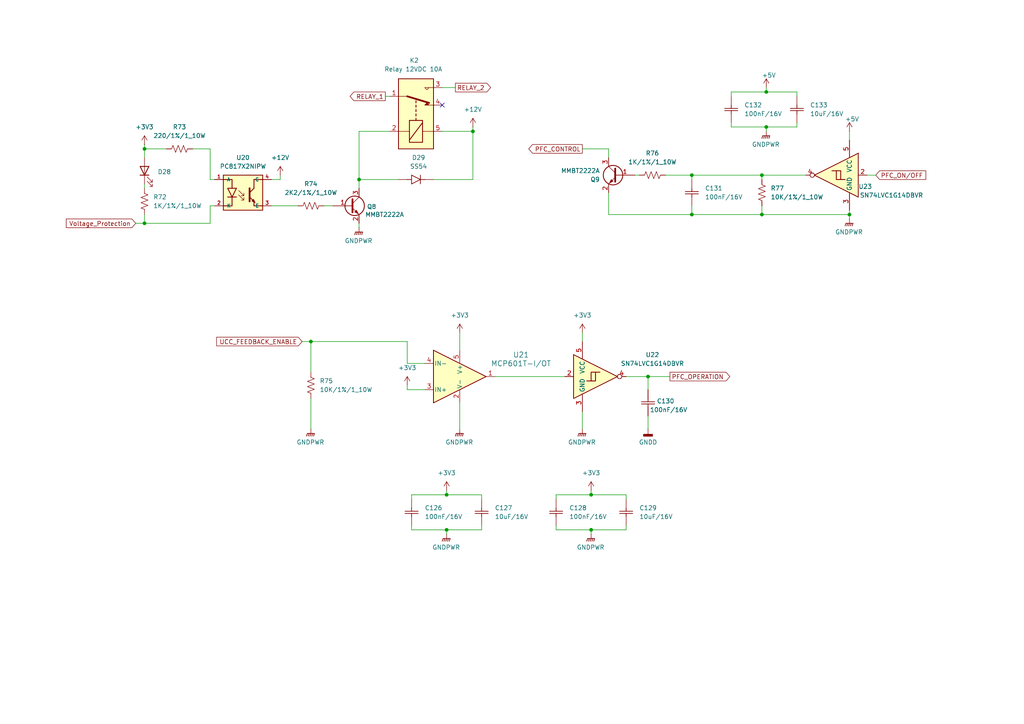
<source format=kicad_sch>
(kicad_sch (version 20231120) (generator "eeschema") (generator_version "8.0")
  (paper "A4")
  (title_block (title "ENABLE PFC & LLC") (date "2024-11-06") (rev "Ver 2.0") (company "Ho Chi Minh City University of Technology - HCMUT") (comment 1 "Design: QUOC THANG - DONG KHOA") (comment 2 "PROJECT 2: PFC & LLC - 350W"))
  (lib_symbols
    (symbol "Ceramic_Cap_SMD_100nF_16V_1" (pin_numbers hide) (pin_names hide)
      (property "Reference" "C" (at 1.016 2.794 0))
      (property "Value" "100nF/16V" (at 0.254 5.334 0))
      (symbol "Ceramic_Cap_SMD_100nF_16V_1_1_1"
        (polyline (pts (xy 1.27 0) (xy 2.2098 0)) (stroke (width 0.2032)))
        (polyline (pts (xy 2.2098 -1.905) (xy 2.2098 1.905)) (stroke (width 0.2032)))
        (polyline (pts (xy 2.8448 -1.905) (xy 2.8448 1.905)) (stroke (width 0.2032)))
        (polyline (pts (xy 2.8448 0) (xy 3.81 0)) (stroke (width 0.2032)))
        (pin unspecified line (at -1.27 0 0) (length 2.54) (name "") (number "1"))
        (pin unspecified line (at 6.35 0 180) (length 2.54) (name "") (number "2"))
      )
    )
    (symbol "Res_1K_0603_1%_1" (pin_numbers hide) (pin_names hide)
      (property "Reference" "R" (at 3.556 2.54 0))
      (property "Value" "1K/1%/1_10W" (at 4.064 -2.54 0))
      (symbol "Res_1K_0603_1%_1_0_1"
        (polyline (pts (xy 1.524 0) (xy 1.27 0)))
        (polyline (pts (xy 6.096 0) (xy 6.35 0)))
        (polyline (pts (xy 1.524 0) (xy 1.905 1.016) (xy 2.286 0) (xy 2.667 -1.016) (xy 3.048 0)))
        (polyline (pts (xy 3.048 0) (xy 3.429 1.016) (xy 3.81 0) (xy 4.191 -1.016) (xy 4.572 0)))
        (polyline (pts (xy 4.572 0) (xy 4.953 1.016) (xy 5.334 0) (xy 5.715 -1.016) (xy 6.096 0)))
      )
      (symbol "Res_1K_0603_1%_1_1_1"
        (pin passive line (at 0 0 0) (length 1.27) (name "~") (number "1"))
        (pin passive line (at 7.62 0 180) (length 1.27) (name "~") (number "2"))
      )
    )
    (symbol "charge_battery_sym_lib:Ceramic_Cap_SMD_100nF_16V" (pin_numbers hide) (pin_names hide)
      (property "Reference" "C" (at 1.016 2.794 0))
      (property "Value" "100nF/16V" (at 0.254 5.334 0))
      (symbol "Ceramic_Cap_SMD_100nF_16V_1_1"
        (polyline (pts (xy 1.27 0) (xy 2.2098 0)) (stroke (width 0.2032)))
        (polyline (pts (xy 2.2098 -1.905) (xy 2.2098 1.905)) (stroke (width 0.2032)))
        (polyline (pts (xy 2.8448 -1.905) (xy 2.8448 1.905)) (stroke (width 0.2032)))
        (polyline (pts (xy 2.8448 0) (xy 3.81 0)) (stroke (width 0.2032)))
        (pin unspecified line (at -1.27 0 0) (length 2.54) (name "") (number "1"))
        (pin unspecified line (at 6.35 0 180) (length 2.54) (name "") (number "2"))
      )
    )
    (symbol "charge_battery_sym_lib:Ceramic_Cap_SMD_10uF_16V" (pin_numbers hide) (pin_names hide)
      (property "Reference" "C" (at 2.286 2.794 0))
      (property "Value" "10uF/16V" (at 0.254 5.334 0))
      (symbol "Ceramic_Cap_SMD_10uF_16V_1_1"
        (polyline (pts (xy 2.54 0) (xy 3.4798 0)) (stroke (width 0.2032)))
        (polyline (pts (xy 3.4798 -1.905) (xy 3.4798 1.905)) (stroke (width 0.2032)))
        (polyline (pts (xy 4.1148 -1.905) (xy 4.1148 1.905)) (stroke (width 0.2032)))
        (polyline (pts (xy 4.1148 0) (xy 5.08 0)) (stroke (width 0.2032)))
        (pin unspecified line (at 0 0 0) (length 2.54) (name "") (number "1"))
        (pin unspecified line (at 7.62 0 180) (length 2.54) (name "") (number "2"))
      )
    )
    (symbol "charge_battery_sym_lib:JS1-12V-F"
      (property "Reference" "K" (at 1.27 14.224 0))
      (property "Value" "Relay 12VDC 10A" (at 3.81 26.162 0))
      (property "Supply name" "Thegioiic" (at 0 26.162 0))
      (property "Supply part number" "JS1-12V-F" (at 3.556 26.162 0))
      (property "Supply URL" "https://www.thegioiic.com/js1-12v-f-ro-le-12vdc-10a-spdt-5-chan" (at 3.556 26.162 0))
      (symbol "JS1-12V-F_0_0"
        (polyline (pts (xy 17.78 10.16) (xy 17.78 7.62) (xy 17.145 8.255) (xy 17.78 8.89)))
      )
      (symbol "JS1-12V-F_0_1"
        (polyline (pts (xy 2.54 3.175) (xy 7.62 6.985)) (stroke (width 0.254)))
        (polyline (pts (xy 5.08 0) (xy 5.08 3.175)))
        (polyline (pts (xy 5.08 10.16) (xy 5.08 6.985)))
        (polyline (pts (xy 8.255 5.08) (xy 8.89 5.08)) (stroke (width 0.254)))
        (polyline (pts (xy 9.525 5.08) (xy 10.16 5.08)) (stroke (width 0.254)))
        (polyline (pts (xy 10.795 5.08) (xy 11.43 5.08)) (stroke (width 0.254)))
        (polyline (pts (xy 12.065 5.08) (xy 12.7 5.08)) (stroke (width 0.254)))
        (polyline (pts (xy 13.335 5.08) (xy 13.97 5.08)) (stroke (width 0.254)))
        (polyline (pts (xy 15.24 2.54) (xy 13.335 8.89)) (stroke (width 0.508)))
        (polyline (pts (xy 15.24 2.54) (xy 15.24 0)))
        (polyline (pts (xy 12.7 10.16) (xy 12.7 7.62) (xy 13.335 8.255) (xy 12.7 8.89)) (fill (type outline)))
        (rectangle (start 0 10.16) (end 20.32 0) (stroke (width 0.254)) (fill (type background)))
        (rectangle (start 1.905 6.985) (end 8.255 3.175) (stroke (width 0.254)))
      )
      (symbol "JS1-12V-F_1_1"
        (pin passive line (at 15.24 -2.54 90) (length 2.54) (name "~") (number "1"))
        (pin passive line (at 5.08 -2.54 90) (length 2.54) (name "~") (number "2"))
        (pin passive line (at 17.78 12.7 270) (length 2.54) (name "~") (number "3"))
        (pin passive line (at 12.7 12.7 270) (length 2.54) (name "~") (number "4"))
        (pin passive line (at 5.08 12.7 270) (length 2.54) (name "~") (number "5"))
      )
    )
    (symbol "charge_battery_sym_lib:LED_0805" (pin_numbers hide) (pin_names (offset 1.016) hide)
      (property "Reference" "D" (at 0 2.54 0))
      (property "Value" "LED_0805" (at 0 -4.064 0))
      (symbol "LED_0805_0_1"
        (polyline (pts (xy -1.27 -1.27) (xy -1.27 1.27)) (stroke (width 0.254)))
        (polyline (pts (xy -1.27 0) (xy 1.27 0)))
        (polyline (pts (xy 1.27 -1.27) (xy 1.27 1.27) (xy -1.27 0) (xy 1.27 -1.27)) (stroke (width 0.254)))
        (polyline (pts (xy -3.048 -0.762) (xy -4.572 -2.286) (xy -3.81 -2.286) (xy -4.572 -2.286) (xy -4.572 -1.524)))
        (polyline (pts (xy -1.778 -0.762) (xy -3.302 -2.286) (xy -2.54 -2.286) (xy -3.302 -2.286) (xy -3.302 -1.524)))
      )
      (symbol "LED_0805_1_1"
        (pin passive line (at -3.81 0 0) (length 2.54) (name "K") (number "1"))
        (pin passive line (at 3.81 0 180) (length 2.54) (name "A") (number "2"))
      )
    )
    (symbol "charge_battery_sym_lib:MCP601T-I_OT" (pin_names (offset 0.254))
      (property "Reference" "U" (at 1.524 16.002 0))
      (property "Value" "MCP601T-I/OT" (at 19.05 3.048 0))
      (symbol "MCP601T-I_OT_1_1"
        (polyline (pts (xy 0 15.24) (xy 15.24 7.62) (xy 0 0) (xy 0 15.24)) (stroke (width 0.254)) (fill (type background)))
        (pin unspecified line (at 17.78 7.62 180) (length 2.54) (name "~") (number "1"))
        (pin unspecified line (at 7.62 0 90) (length 3.81) (name "V-") (number "2"))
        (pin unspecified line (at -2.54 3.81 0) (length 2.54) (name "IN+") (number "3"))
        (pin unspecified line (at -2.54 11.43 0) (length 2.54) (name "IN-") (number "4"))
        (pin unspecified line (at 7.62 15.24 270) (length 3.81) (name "V+") (number "5"))
      )
    )
    (symbol "charge_battery_sym_lib:MMBT2222A" (pin_names (offset 0) hide)
      (property "Reference" "Q" (at 5.08 1.905 0))
      (property "Value" "MMBT2222A" (at 5.08 0 0))
      (symbol "MMBT2222A_0_1"
        (polyline (pts (xy 0.635 0.635) (xy 2.54 2.54)))
        (polyline (pts (xy 0.635 -0.635) (xy 2.54 -2.54) (xy 2.54 -2.54)))
        (polyline (pts (xy 0.635 1.905) (xy 0.635 -1.905) (xy 0.635 -1.905)) (stroke (width 0.508)))
        (polyline (pts (xy 1.27 -1.778) (xy 1.778 -1.27) (xy 2.286 -2.286) (xy 1.27 -1.778) (xy 1.27 -1.778)) (fill (type outline)))
        (circle (center 1.27 0) (radius 2.8194) (stroke (width 0.254)))
      )
      (symbol "MMBT2222A_1_1"
        (pin input line (at -5.08 0 0) (length 5.715) (name "B") (number "1"))
        (pin passive line (at 2.54 -5.08 90) (length 2.54) (name "E") (number "2"))
        (pin passive line (at 2.54 5.08 270) (length 2.54) (name "C") (number "3"))
      )
    )
    (symbol "charge_battery_sym_lib:PC817X2NIPW" (pin_names (offset 1.016))
      (property "Reference" "U" (at 0.254 11.43 0))
      (property "Value" "PC817X2NIPW" (at 7.112 -3.302 0))
      (symbol "PC817X2NIPW_0_0"
        (polyline (pts (xy 0 8.89) (xy 2.54 8.89)) (stroke (width 0.254)))
        (polyline (pts (xy 2.54 1.27) (xy 0 1.27)) (stroke (width 0.254)))
        (polyline (pts (xy 2.54 3.81) (xy 2.54 1.27)) (stroke (width 0.254)))
        (polyline (pts (xy 2.54 8.89) (xy 2.54 6.35)) (stroke (width 0.254)))
        (polyline (pts (xy 8.89 1.27) (xy 11.43 1.27)) (stroke (width 0.254)))
        (polyline (pts (xy 8.89 2.54) (xy 8.89 1.27)) (stroke (width 0.254)))
        (polyline (pts (xy 8.89 8.89) (xy 8.89 6.35)) (stroke (width 0.254)))
        (polyline (pts (xy 11.43 8.89) (xy 8.89 8.89)) (stroke (width 0.254)))
        (rectangle (start 0 10.16) (end 11.43 0) (stroke (width 0.254)) (fill (type background)))
        (pin passive line (at -2.54 8.89 0) (length 2.54) (name "A") (number "1"))
        (pin passive line (at -2.54 1.27 0) (length 2.54) (name "K") (number "2"))
      )
      (symbol "PC817X2NIPW_0_1"
        (polyline (pts (xy 3.81 3.81) (xy 1.27 3.81)) (stroke (width 0.254)))
        (polyline (pts (xy 7.62 6.35) (xy 7.62 2.54) (xy 7.62 2.54)) (stroke (width 0.508)))
        (polyline (pts (xy 3.81 6.35) (xy 1.27 6.35) (xy 2.54 3.81) (xy 3.81 6.35)) (stroke (width 0.254)))
        (polyline (pts (xy 4.445 4.445) (xy 5.969 2.921) (xy 5.969 3.683) (xy 5.969 2.921) (xy 5.207 2.921)))
        (polyline (pts (xy 4.445 5.715) (xy 5.969 4.191) (xy 5.969 4.953) (xy 5.969 4.191) (xy 5.207 4.191)))
        (polyline (pts (xy 8.255 2.667) (xy 8.763 3.175) (xy 9.271 2.159) (xy 8.255 2.667) (xy 8.255 2.667)) (fill (type outline)))
      )
      (symbol "PC817X2NIPW_1_0"
        (pin passive line (at 13.97 1.27 180) (length 2.54) (name "E") (number "3"))
        (pin passive line (at 13.97 8.89 180) (length 2.54) (name "C") (number "4"))
      )
      (symbol "PC817X2NIPW_1_1"
        (polyline (pts (xy 7.62 5.08) (xy 8.89 6.35)) (stroke (width 0.254)))
        (polyline (pts (xy 7.62 3.81) (xy 8.89 2.54) (xy 8.89 2.54)) (stroke (width 0.254)))
      )
    )
    (symbol "charge_battery_sym_lib:Res_10K_0603_1%" (pin_numbers hide) (pin_names hide)
      (property "Reference" "R" (at 2.794 3.81 0))
      (property "Value" "10K/1%/1_10W" (at 4.064 -2.54 0))
      (symbol "Res_10K_0603_1%_0_1"
        (polyline (pts (xy 1.524 0) (xy 1.27 0)))
        (polyline (pts (xy 6.096 0) (xy 6.35 0)))
        (polyline (pts (xy 1.524 0) (xy 1.905 1.016) (xy 2.286 0) (xy 2.667 -1.016) (xy 3.048 0)))
        (polyline (pts (xy 3.048 0) (xy 3.429 1.016) (xy 3.81 0) (xy 4.191 -1.016) (xy 4.572 0)))
        (polyline (pts (xy 4.572 0) (xy 4.953 1.016) (xy 5.334 0) (xy 5.715 -1.016) (xy 6.096 0)))
      )
      (symbol "Res_10K_0603_1%_1_1"
        (pin passive line (at 0 0 0) (length 1.27) (name "~") (number "1"))
        (pin passive line (at 7.62 0 180) (length 1.27) (name "~") (number "2"))
      )
    )
    (symbol "charge_battery_sym_lib:Res_1K_0603_1%" (pin_numbers hide) (pin_names hide)
      (property "Reference" "R" (at 3.556 2.54 0))
      (property "Value" "1K/1%/1_10W" (at 4.064 -2.54 0))
      (symbol "Res_1K_0603_1%_0_1"
        (polyline (pts (xy 1.524 0) (xy 1.27 0)))
        (polyline (pts (xy 6.096 0) (xy 6.35 0)))
        (polyline (pts (xy 1.524 0) (xy 1.905 1.016) (xy 2.286 0) (xy 2.667 -1.016) (xy 3.048 0)))
        (polyline (pts (xy 3.048 0) (xy 3.429 1.016) (xy 3.81 0) (xy 4.191 -1.016) (xy 4.572 0)))
        (polyline (pts (xy 4.572 0) (xy 4.953 1.016) (xy 5.334 0) (xy 5.715 -1.016) (xy 6.096 0)))
      )
      (symbol "Res_1K_0603_1%_1_1"
        (pin passive line (at 0 0 0) (length 1.27) (name "~") (number "1"))
        (pin passive line (at 7.62 0 180) (length 1.27) (name "~") (number "2"))
      )
    )
    (symbol "charge_battery_sym_lib:Res_220R_0603_1%" (pin_numbers hide) (pin_names hide)
      (property "Reference" "R" (at 3.556 2.54 0))
      (property "Value" "220/1%/1_10W" (at 4.064 -2.54 0))
      (symbol "Res_220R_0603_1%_0_1"
        (polyline (pts (xy 1.524 0) (xy 1.27 0)))
        (polyline (pts (xy 6.096 0) (xy 6.35 0)))
        (polyline (pts (xy 1.524 0) (xy 1.905 1.016) (xy 2.286 0) (xy 2.667 -1.016) (xy 3.048 0)))
        (polyline (pts (xy 3.048 0) (xy 3.429 1.016) (xy 3.81 0) (xy 4.191 -1.016) (xy 4.572 0)))
        (polyline (pts (xy 4.572 0) (xy 4.953 1.016) (xy 5.334 0) (xy 5.715 -1.016) (xy 6.096 0)))
      )
      (symbol "Res_220R_0603_1%_1_1"
        (pin passive line (at 0 0 0) (length 1.27) (name "~") (number "1"))
        (pin passive line (at 7.62 0 180) (length 1.27) (name "~") (number "2"))
      )
    )
    (symbol "charge_battery_sym_lib:Res_2K2_0603_1%" (pin_numbers hide) (pin_names hide)
      (property "Reference" "R" (at 3.556 2.54 0))
      (property "Value" "2K2/1%/1_10W" (at 4.064 -2.54 0))
      (symbol "Res_2K2_0603_1%_0_1"
        (polyline (pts (xy 1.524 0) (xy 1.27 0)))
        (polyline (pts (xy 6.096 0) (xy 6.35 0)))
        (polyline (pts (xy 1.524 0) (xy 1.905 1.016) (xy 2.286 0) (xy 2.667 -1.016) (xy 3.048 0)))
        (polyline (pts (xy 3.048 0) (xy 3.429 1.016) (xy 3.81 0) (xy 4.191 -1.016) (xy 4.572 0)))
        (polyline (pts (xy 4.572 0) (xy 4.953 1.016) (xy 5.334 0) (xy 5.715 -1.016) (xy 6.096 0)))
      )
      (symbol "Res_2K2_0603_1%_1_1"
        (pin passive line (at 0 0 0) (length 1.27) (name "~") (number "1"))
        (pin passive line (at 7.62 0 180) (length 1.27) (name "~") (number "2"))
      )
    )
    (symbol "charge_battery_sym_lib:SN74LVC1G14DBVR"
      (property "Reference" "U" (at 4.064 9.398 0))
      (property "Value" "SN74LVC1G14DBVR" (at 3.81 7.112 0))
      (symbol "SN74LVC1G14DBVR_0_1"
        (polyline (pts (xy 0 6.35) (xy 0 -6.35) (xy 12.7 0) (xy 0 6.35)) (stroke (width 0.254)) (fill (type background)))
      )
      (symbol "SN74LVC1G14DBVR_1_1"
        (polyline (pts (xy 3.81 -1.27) (xy 6.35 -1.27) (xy 6.35 1.27)) (stroke (width 0.254)))
        (polyline (pts (xy 5.08 -1.27) (xy 5.08 1.27) (xy 7.62 1.27)) (stroke (width 0.254)))
        (pin no_connect line (at 0 5.08 180) (length 5.08) hide (name "NC") (number "1"))
        (pin input line (at -2.54 0 0) (length 2.54) (name "~") (number "2"))
        (pin power_in line (at 2.54 -10.16 90) (length 5.08) (name "GND") (number "3"))
        (pin output inverted (at 15.24 0 180) (length 2.54) (name "~") (number "4"))
        (pin power_in line (at 2.54 10.16 270) (length 5.08) (name "VCC") (number "5"))
      )
    )
    (symbol "charge_battery_sym_lib:SS54" (pin_numbers hide) (pin_names hide)
      (property "Reference" "D" (at -1.016 2.286 0))
      (property "Value" "SS54" (at 2.54 -2.794 0))
      (symbol "SS54_0_1"
        (polyline (pts (xy -1.27 0) (xy -0.127 0)) (stroke (width 0.2032)))
        (polyline (pts (xy 0 -1.27) (xy 2.54 0)) (stroke (width 0.2032)))
        (polyline (pts (xy 0 1.27) (xy 0 -1.27)) (stroke (width 0.2032)))
        (polyline (pts (xy 2.54 -1.27) (xy 2.54 1.27)) (stroke (width 0.2032)))
        (polyline (pts (xy 2.54 0) (xy 0 1.27)) (stroke (width 0.2032)))
        (polyline (pts (xy 2.54 0) (xy 3.81 0)) (stroke (width 0.2032)))
      )
      (symbol "SS54_1_1"
        (pin unspecified line (at -3.81 0 0) (length 2.54) (name "A") (number "1"))
        (pin unspecified line (at 6.35 0 180) (length 2.54) (name "K") (number "2"))
      )
    )
    (symbol "power:+12V" (power) (pin_numbers hide) (pin_names (offset 0) hide)
      (property "Value" "+12V" (at 0 3.556 0))
      (symbol "+12V_0_1"
        (polyline (pts (xy -0.762 1.27) (xy 0 2.54)))
        (polyline (pts (xy 0 0) (xy 0 2.54)))
        (polyline (pts (xy 0 2.54) (xy 0.762 1.27)))
      )
      (symbol "+12V_1_1"
        (pin power_in line (at 0 0 90) (length 0) (name "~") (number "1"))
      )
    )
    (symbol "power:+3V3" (power) (pin_numbers hide) (pin_names (offset 0) hide)
      (property "Value" "+3V3" (at 0 3.556 0))
      (symbol "+3V3_0_1"
        (polyline (pts (xy -0.762 1.27) (xy 0 2.54)))
        (polyline (pts (xy 0 0) (xy 0 2.54)))
        (polyline (pts (xy 0 2.54) (xy 0.762 1.27)))
      )
      (symbol "+3V3_1_1"
        (pin power_in line (at 0 0 90) (length 0) (name "~") (number "1"))
      )
    )
    (symbol "power:+5V" (power) (pin_numbers hide) (pin_names (offset 0) hide)
      (property "Value" "+5V" (at 0 3.556 0))
      (symbol "+5V_0_1"
        (polyline (pts (xy -0.762 1.27) (xy 0 2.54)))
        (polyline (pts (xy 0 0) (xy 0 2.54)))
        (polyline (pts (xy 0 2.54) (xy 0.762 1.27)))
      )
      (symbol "+5V_1_1"
        (pin power_in line (at 0 0 90) (length 0) (name "~") (number "1"))
      )
    )
    (symbol "power:GNDD" (power) (pin_numbers hide) (pin_names (offset 0) hide)
      (property "Value" "GNDD" (at 0 -3.175 0))
      (symbol "GNDD_0_1"
        (rectangle (start -1.27 -1.524) (end 1.27 -2.032) (stroke (width 0.254)) (fill (type outline)))
        (polyline (pts (xy 0 0) (xy 0 -1.524)))
      )
      (symbol "GNDD_1_1"
        (pin power_in line (at 0 0 270) (length 0) (name "~") (number "1"))
      )
    )
    (symbol "power:GNDPWR" (power) (pin_numbers hide) (pin_names (offset 0) hide)
      (property "Value" "GNDPWR" (at 0 -3.302 0))
      (symbol "GNDPWR_0_1"
        (polyline (pts (xy 0 -1.27) (xy 0 0)))
        (polyline (pts (xy -1.016 -1.27) (xy -1.27 -2.032) (xy -1.27 -2.032)) (stroke (width 0.2032)))
        (polyline (pts (xy -0.508 -1.27) (xy -0.762 -2.032) (xy -0.762 -2.032)) (stroke (width 0.2032)))
        (polyline (pts (xy 0 -1.27) (xy -0.254 -2.032) (xy -0.254 -2.032)) (stroke (width 0.2032)))
        (polyline (pts (xy 0.508 -1.27) (xy 0.254 -2.032) (xy 0.254 -2.032)) (stroke (width 0.2032)))
        (polyline (pts (xy 1.016 -1.27) (xy -1.016 -1.27) (xy -1.016 -1.27)) (stroke (width 0.2032)))
        (polyline (pts (xy 1.016 -1.27) (xy 0.762 -2.032) (xy 0.762 -2.032) (xy 0.762 -2.032)) (stroke (width 0.2032)))
      )
      (symbol "GNDPWR_1_1"
        (pin power_in line (at 0 0 270) (length 0) (name "~") (number "1"))
      )
    )
  )
  (junction (at 246.38 62.23))
  (junction (at 41.91 64.77))
  (junction (at 187.96 109.22))
  (junction (at 129.54 143.51))
  (junction (at 104.14 52.07))
  (junction (at 222.25 26.67))
  (junction (at 129.54 153.67))
  (junction (at 200.66 62.23))
  (junction (at 222.25 36.83))
  (junction (at 41.91 43.18))
  (junction (at 171.45 143.51))
  (junction (at 220.98 50.8))
  (junction (at 90.17 99.06))
  (junction (at 137.16 38.1))
  (junction (at 171.45 153.67))
  (junction (at 200.66 50.8))
  (junction (at 220.98 62.23))
  (no_connect (at 128.27 30.48))
  (wire (pts (xy 176.53 43.18) (xy 176.53 45.72)))
  (wire (pts (xy 231.14 26.67) (xy 231.14 27.94)))
  (wire (pts (xy 90.17 124.46) (xy 90.17 115.57)))
  (wire (pts (xy 176.53 62.23) (xy 200.66 62.23)))
  (wire (pts (xy 212.09 26.67) (xy 222.25 26.67)))
  (wire (pts (xy 220.98 59.69) (xy 220.98 62.23)))
  (wire (pts (xy 118.11 99.06) (xy 118.11 105.41)))
  (wire (pts (xy 181.61 153.67) (xy 181.61 152.4)))
  (wire (pts (xy 212.09 36.83) (xy 222.25 36.83)))
  (wire (pts (xy 129.54 143.51) (xy 139.7 143.51)))
  (wire (pts (xy 133.35 124.46) (xy 133.35 116.84)))
  (wire (pts (xy 187.96 109.22) (xy 194.31 109.22)))
  (wire (pts (xy 184.15 50.8) (xy 185.42 50.8)))
  (wire (pts (xy 129.54 153.67) (xy 139.7 153.67)))
  (wire (pts (xy 60.96 64.77) (xy 60.96 59.69)))
  (wire (pts (xy 171.45 153.67) (xy 181.61 153.67)))
  (wire (pts (xy 78.74 52.07) (xy 81.28 52.07)))
  (wire (pts (xy 119.38 143.51) (xy 119.38 144.78)))
  (wire (pts (xy 168.91 96.52) (xy 168.91 99.06)))
  (wire (pts (xy 231.14 36.83) (xy 231.14 35.56)))
  (wire (pts (xy 118.11 113.03) (xy 123.19 113.03)))
  (wire (pts (xy 41.91 43.18) (xy 41.91 45.72)))
  (wire (pts (xy 118.11 105.41) (xy 123.19 105.41)))
  (wire (pts (xy 187.96 113.03) (xy 187.96 109.22)))
  (wire (pts (xy 60.96 59.69) (xy 62.23 59.69)))
  (wire (pts (xy 137.16 52.07) (xy 137.16 38.1)))
  (wire (pts (xy 161.29 153.67) (xy 161.29 152.4)))
  (wire (pts (xy 143.51 109.22) (xy 163.83 109.22)))
  (wire (pts (xy 128.27 38.1) (xy 137.16 38.1)))
  (wire (pts (xy 171.45 154.94) (xy 171.45 153.67)))
  (wire (pts (xy 60.96 43.18) (xy 60.96 52.07)))
  (wire (pts (xy 171.45 142.24) (xy 171.45 143.51)))
  (wire (pts (xy 128.27 25.4) (xy 132.08 25.4)))
  (wire (pts (xy 87.63 99.06) (xy 90.17 99.06)))
  (wire (pts (xy 193.04 50.8) (xy 200.66 50.8)))
  (wire (pts (xy 129.54 154.94) (xy 129.54 153.67)))
  (wire (pts (xy 118.11 111.76) (xy 118.11 113.03)))
  (wire (pts (xy 55.88 43.18) (xy 60.96 43.18)))
  (wire (pts (xy 104.14 38.1) (xy 113.03 38.1)))
  (wire (pts (xy 104.14 66.04) (xy 104.14 64.77)))
  (wire (pts (xy 111.76 27.94) (xy 113.03 27.94)))
  (wire (pts (xy 200.66 50.8) (xy 220.98 50.8)))
  (wire (pts (xy 41.91 43.18) (xy 48.26 43.18)))
  (wire (pts (xy 81.28 50.8) (xy 81.28 52.07)))
  (wire (pts (xy 171.45 143.51) (xy 181.61 143.51)))
  (wire (pts (xy 161.29 143.51) (xy 161.29 144.78)))
  (wire (pts (xy 129.54 142.24) (xy 129.54 143.51)))
  (wire (pts (xy 181.61 109.22) (xy 187.96 109.22)))
  (wire (pts (xy 200.66 59.69) (xy 200.66 62.23)))
  (wire (pts (xy 246.38 38.1) (xy 246.38 40.64)))
  (wire (pts (xy 104.14 52.07) (xy 104.14 38.1)))
  (wire (pts (xy 222.25 38.1) (xy 222.25 36.83)))
  (wire (pts (xy 222.25 25.4) (xy 222.25 26.67)))
  (wire (pts (xy 246.38 62.23) (xy 246.38 60.96)))
  (wire (pts (xy 78.74 59.69) (xy 86.36 59.69)))
  (wire (pts (xy 161.29 143.51) (xy 171.45 143.51)))
  (wire (pts (xy 222.25 36.83) (xy 231.14 36.83)))
  (wire (pts (xy 41.91 62.23) (xy 41.91 64.77)))
  (wire (pts (xy 41.91 41.91) (xy 41.91 43.18)))
  (wire (pts (xy 93.98 59.69) (xy 96.52 59.69)))
  (wire (pts (xy 168.91 124.46) (xy 168.91 119.38)))
  (wire (pts (xy 133.35 96.52) (xy 133.35 101.6)))
  (wire (pts (xy 246.38 62.23) (xy 246.38 63.5)))
  (wire (pts (xy 39.37 64.77) (xy 41.91 64.77)))
  (wire (pts (xy 41.91 53.34) (xy 41.91 54.61)))
  (wire (pts (xy 176.53 55.88) (xy 176.53 62.23)))
  (wire (pts (xy 220.98 52.07) (xy 220.98 50.8)))
  (wire (pts (xy 90.17 99.06) (xy 90.17 107.95)))
  (wire (pts (xy 119.38 153.67) (xy 129.54 153.67)))
  (wire (pts (xy 119.38 143.51) (xy 129.54 143.51)))
  (wire (pts (xy 212.09 26.67) (xy 212.09 27.94)))
  (wire (pts (xy 137.16 38.1) (xy 137.16 36.83)))
  (wire (pts (xy 220.98 62.23) (xy 246.38 62.23)))
  (wire (pts (xy 200.66 52.07) (xy 200.66 50.8)))
  (wire (pts (xy 220.98 50.8) (xy 233.68 50.8)))
  (wire (pts (xy 168.91 43.18) (xy 176.53 43.18)))
  (wire (pts (xy 104.14 52.07) (xy 115.57 52.07)))
  (wire (pts (xy 125.73 52.07) (xy 137.16 52.07)))
  (wire (pts (xy 251.46 50.8) (xy 254 50.8)))
  (wire (pts (xy 119.38 153.67) (xy 119.38 152.4)))
  (wire (pts (xy 60.96 52.07) (xy 62.23 52.07)))
  (wire (pts (xy 222.25 26.67) (xy 231.14 26.67)))
  (wire (pts (xy 41.91 64.77) (xy 60.96 64.77)))
  (wire (pts (xy 161.29 153.67) (xy 171.45 153.67)))
  (wire (pts (xy 139.7 143.51) (xy 139.7 144.78)))
  (wire (pts (xy 200.66 62.23) (xy 220.98 62.23)))
  (wire (pts (xy 212.09 36.83) (xy 212.09 35.56)))
  (wire (pts (xy 90.17 99.06) (xy 118.11 99.06)))
  (wire (pts (xy 187.96 124.46) (xy 187.96 120.65)))
  (wire (pts (xy 139.7 153.67) (xy 139.7 152.4)))
  (wire (pts (xy 181.61 143.51) (xy 181.61 144.78)))
  (wire (pts (xy 104.14 54.61) (xy 104.14 52.07)))
  (global_label "PFC_OPERATION" (shape output) (at 194.31 109.22 0) (property "Intersheetrefs" "${INTERSHEET_REFS}" (effects (hide yes))))
  (global_label "RELAY_2" (shape output) (at 132.08 25.4 0) (property "Intersheetrefs" "${INTERSHEET_REFS}" (effects (hide yes))))
  (global_label "UCC_FEEDBACK_ENABLE" (shape input) (at 87.63 99.06 180) (property "Intersheetrefs" "${INTERSHEET_REFS}" (effects (hide yes))))
  (global_label "Voltage_Protection" (shape input) (at 39.37 64.77 180) (property "Intersheetrefs" "${INTERSHEET_REFS}" (effects (hide yes))))
  (global_label "RELAY_1" (shape output) (at 111.76 27.94 180) (property "Intersheetrefs" "${INTERSHEET_REFS}" (effects (hide yes))))
  (global_label "PFC_ON{slash}OFF" (shape input) (at 254 50.8 0) (property "Intersheetrefs" "${INTERSHEET_REFS}" (effects (hide yes))))
  (global_label "PFC_CONTROL" (shape output) (at 168.91 43.18 180) (property "Intersheetrefs" "${INTERSHEET_REFS}" (effects (hide yes))))
  (symbol (lib_id "power:GNDPWR") (at 90.17 124.46 0) (unit 1)
    (property "Reference" "#PWR0195" (effects (hide yes)))
    (property "Value" "GNDPWR" (at 90.043 128.27 0))
    (property "Description" "Power symbol creates a global label with name \"GNDPWR\" , global ground" (effects (hide yes)))
  )
  (symbol (lib_id "charge_battery_sym_lib:Res_10K_0603_1%") (at 90.17 115.57 90) (unit 1)
    (property "Reference" "R75" (at 92.71 110.4899 90) (effects (justify right)))
    (property "Value" "10K/1%/1_10W" (at 92.71 113.0299 90) (effects (justify right)))
    (property "Footprint" "charge_battery_footprint_lib:Res_0603" (effects (hide yes)))
    (property "Datasheet" "https://fscdn.rohm.com/en/products/databook/datasheet/passive/resistor/chip_resistor/esr-e.pdf" (effects (hide yes)))
    (property "Description" "Res 10 KOhm 0603 1%" (effects (hide yes)))
    (property "Supply name" "Thegioiic" (effects (hide yes)))
    (property "Supply part number" "Điện Trở 10 KOhm 0603 1%" (effects (hide yes)))
    (property "Supply URL" "https://www.thegioiic.com/dien-tro-10-kohm-0603-1-" (effects (hide yes)))
  )
  (symbol (lib_id "power:+3V3") (at 129.54 142.24 0) (unit 1)
    (property "Reference" "#PWR0198" (effects (hide yes)))
    (property "Value" "+3V3" (at 129.54 137.16 0))
    (property "Description" "Power symbol creates a global label with name \"+3V3\"" (effects (hide yes)))
  )
  (symbol (lib_id "charge_battery_sym_lib:Ceramic_Cap_SMD_100nF_16V") (at 161.29 151.13 90) (unit 1)
    (property "Reference" "C128" (at 165.1 147.3199 90) (effects (justify right)))
    (property "Value" "100nF/16V" (at 165.1 149.8599 90) (effects (justify right)))
    (property "Footprint" "charge_battery_footprint_lib:Ceramic_Cap_0603" (effects (hide yes)))
    (property "Datasheet" "https://www.mouser.vn/datasheet/2/40/KYOCERA_AutoMLCCKAM-3106308.pdf" (effects (hide yes)))
    (property "Description" "10%, 0603 (1608 Metric)" (effects (hide yes)))
    (property "Supply name" "Thegioiic" (effects (hide yes)))
    (property "Supply part number" "Tụ Gốm 0603 100nF (0.1uF) 16V" (effects (hide yes)))
    (property "Supply URL" "https://www.thegioiic.com/tu-gom-0603-100nf-0-1uf-16v" (effects (hide yes)))
  )
  (symbol (lib_id "power:GNDPWR") (at 222.25 38.1 0) (unit 1)
    (property "Reference" "#PWR0209" (effects (hide yes)))
    (property "Value" "GNDPWR" (at 222.123 41.91 0))
    (property "Description" "Power symbol creates a global label with name \"GNDPWR\" , global ground" (effects (hide yes)))
  )
  (symbol (lib_name "Res_1K_0603_1%_1") (lib_id "charge_battery_sym_lib:Res_1K_0603_1%") (at 41.91 62.23 90) (unit 1)
    (property "Reference" "R72" (at 44.45 57.1499 90) (effects (justify right)))
    (property "Value" "1K/1%/1_10W" (at 44.45 59.6899 90) (effects (justify right)))
    (property "Footprint" "charge_battery_footprint_lib:Res_0603" (effects (hide yes)))
    (property "Datasheet" "https://fscdn.rohm.com/en/products/databook/datasheet/passive/resistor/chip_resistor/esr-e.pdf" (effects (hide yes)))
    (property "Description" "Res 1 KOhm 0603 1%" (effects (hide yes)))
    (property "Supply name" "Thegioiic" (effects (hide yes)))
    (property "Supply part number" "Điện Trở 1 KOhm 0603 1%" (effects (hide yes)))
    (property "Supply URL" "https://www.thegioiic.com/dien-tro-1-kohm-0603-1-" (effects (hide yes)))
  )
  (symbol (lib_id "power:GNDD") (at 187.96 124.46 0) (unit 1)
    (property "Reference" "#PWR0207" (effects (hide yes)))
    (property "Value" "GNDD" (at 187.96 128.27 0))
    (property "Description" "Power symbol creates a global label with name \"GNDD\" , digital ground" (effects (hide yes)))
  )
  (symbol (lib_id "charge_battery_sym_lib:LED_0805") (at 41.91 49.53 90) (unit 1)
    (property "Reference" "D28" (at 45.72 49.8474 90) (effects (justify right)))
    (property "Value" "LED_0805" (effects (hide yes)))
    (property "Footprint" "charge_battery_footprint_lib:LED_0805" (effects (hide yes)))
    (property "Description" "Light emitting diode" (effects (hide yes)))
    (property "Supply name" "Thegioiic" (effects (hide yes)))
    (property "Supply part number" "LED Xanh Lá 0805 Dán SMD Trong Suốt" (effects (hide yes)))
    (property "Supply URL" "https://www.thegioiic.com/led-xanh-la-0805-dan-smd-trong-suot" (effects (hide yes)))
  )
  (symbol (lib_id "charge_battery_sym_lib:MMBT2222A") (at 179.07 50.8 0) (mirror y) (unit 1)
    (property "Reference" "Q9" (at 173.99 52.0701 0) (effects (justify left)))
    (property "Value" "MMBT2222A" (at 173.99 49.5301 0) (effects (justify left)))
    (property "Footprint" "charge_battery_footprint_lib:SOT23" (effects (hide yes)))
    (property "Datasheet" "https://assets.nexperia.com/documents/data-sheet/MMBT2222A.pdf" (effects (hide yes)))
    (property "Description" "600mA Ic, 40V Vce, NPN Transistor, SOT-23" (effects (hide yes)))
    (property "Supply name" "Thegioiic" (effects (hide yes)))
    (property "Supply part number" "MMBT2222A 1P Transistor NPN 40V 0.6A 3 Chân SOT-23" (effects (hide yes)))
    (property "Supply URL" "https://www.thegioiic.com/mmbt2222a-1p-transistor-npn-40v-0-6a-3-chan-sot-23" (effects (hide yes)))
  )
  (symbol (lib_id "power:GNDPWR") (at 104.14 66.04 0) (unit 1)
    (property "Reference" "#PWR0196" (effects (hide yes)))
    (property "Value" "GNDPWR" (at 104.013 69.85 0))
    (property "Description" "Power symbol creates a global label with name \"GNDPWR\" , global ground" (effects (hide yes)))
  )
  (symbol (lib_id "charge_battery_sym_lib:Ceramic_Cap_SMD_100nF_16V") (at 212.09 34.29 90) (unit 1)
    (property "Reference" "C132" (at 215.9 30.4799 90) (effects (justify right)))
    (property "Value" "100nF/16V" (at 215.9 33.0199 90) (effects (justify right)))
    (property "Footprint" "charge_battery_footprint_lib:Ceramic_Cap_0603" (effects (hide yes)))
    (property "Datasheet" "https://www.mouser.vn/datasheet/2/40/KYOCERA_AutoMLCCKAM-3106308.pdf" (effects (hide yes)))
    (property "Description" "10%, 0603 (1608 Metric)" (effects (hide yes)))
    (property "Supply name" "Thegioiic" (effects (hide yes)))
    (property "Supply part number" "Tụ Gốm 0603 100nF (0.1uF) 16V" (effects (hide yes)))
    (property "Supply URL" "https://www.thegioiic.com/tu-gom-0603-100nf-0-1uf-16v" (effects (hide yes)))
  )
  (symbol (lib_id "charge_battery_sym_lib:JS1-12V-F") (at 115.57 43.18 270) (mirror x) (unit 1)
    (property "Reference" "K2" (at 120.142 17.526 90))
    (property "Value" "Relay 12VDC 10A" (at 119.888 20.066 90))
    (property "Footprint" "charge_battery_footprint_lib:Relay_SPDT_Form_C" (effects (hide yes)))
    (property "Datasheet" "https://api.pim.na.industrial.panasonic.com/file_stream/main/fileversion/183105" (effects (hide yes)))
    (property "Description" "JS1-12V-F Rơ Le 12VDC 10A SPDT 5 Chân" (effects (hide yes)))
    (property "Supply name" "Thegioiic" (effects (hide yes)))
    (property "Supply part number" "JS1-12V-F" (effects (hide yes)))
    (property "Supply URL" "https://www.thegioiic.com/js1-12v-f-ro-le-12vdc-10a-spdt-5-chan" (effects (hide yes)))
  )
  (symbol (lib_id "charge_battery_sym_lib:Ceramic_Cap_SMD_100nF_16V") (at 119.38 151.13 90) (unit 1)
    (property "Reference" "C126" (at 123.19 147.3199 90) (effects (justify right)))
    (property "Value" "100nF/16V" (at 123.19 149.8599 90) (effects (justify right)))
    (property "Footprint" "charge_battery_footprint_lib:Ceramic_Cap_0603" (effects (hide yes)))
    (property "Datasheet" "https://www.mouser.vn/datasheet/2/40/KYOCERA_AutoMLCCKAM-3106308.pdf" (effects (hide yes)))
    (property "Description" "10%, 0603 (1608 Metric)" (effects (hide yes)))
    (property "Supply name" "Thegioiic" (effects (hide yes)))
    (property "Supply part number" "Tụ Gốm 0603 100nF (0.1uF) 16V" (effects (hide yes)))
    (property "Supply URL" "https://www.thegioiic.com/tu-gom-0603-100nf-0-1uf-16v" (effects (hide yes)))
  )
  (symbol (lib_id "power:+3V3") (at 133.35 96.52 0) (unit 1)
    (property "Reference" "#PWR0200" (effects (hide yes)))
    (property "Value" "+3V3" (at 133.35 91.44 0))
    (property "Description" "Power symbol creates a global label with name \"+3V3\"" (effects (hide yes)))
  )
  (symbol (lib_id "power:GNDPWR") (at 246.38 63.5 0) (unit 1)
    (property "Reference" "#PWR0211" (effects (hide yes)))
    (property "Value" "GNDPWR" (at 246.253 67.31 0))
    (property "Description" "Power symbol creates a global label with name \"GNDPWR\" , global ground" (effects (hide yes)))
  )
  (symbol (lib_id "charge_battery_sym_lib:Res_2K2_0603_1%") (at 86.36 59.69 0) (unit 1)
    (property "Reference" "R74" (at 90.17 53.34 0))
    (property "Value" "2K2/1%/1_10W" (at 90.17 55.88 0))
    (property "Footprint" "charge_battery_footprint_lib:Res_0603" (effects (hide yes)))
    (property "Datasheet" "https://fscdn.rohm.com/en/products/databook/datasheet/passive/resistor/chip_resistor/esr-e.pdf" (effects (hide yes)))
    (property "Description" "Res 2.2 KOhm 0603 1%" (effects (hide yes)))
    (property "Supply name" "Thegioiic" (effects (hide yes)))
    (property "Supply part number" "Điện Trở 2.2 KOhm 0603 1%" (effects (hide yes)))
    (property "Supply URL" "https://www.thegioiic.com/dien-tro-2-2-kohm-0603-1-" (effects (hide yes)))
  )
  (symbol (lib_id "charge_battery_sym_lib:Res_1K_0603_1%") (at 185.42 50.8 0) (unit 1)
    (property "Reference" "R76" (at 189.23 44.45 0))
    (property "Value" "1K/1%/1_10W" (at 189.23 46.99 0))
    (property "Footprint" "charge_battery_footprint_lib:Res_0603" (effects (hide yes)))
    (property "Datasheet" "https://fscdn.rohm.com/en/products/databook/datasheet/passive/resistor/chip_resistor/esr-e.pdf" (effects (hide yes)))
    (property "Description" "Res 1 KOhm 0603 1%" (effects (hide yes)))
    (property "Supply name" "Thegioiic" (effects (hide yes)))
    (property "Supply part number" "Điện Trở 1 KOhm 0603 1%" (effects (hide yes)))
    (property "Supply URL" "https://www.thegioiic.com/dien-tro-1-kohm-0603-1-" (effects (hide yes)))
  )
  (symbol (lib_id "power:+5V") (at 246.38 38.1 0) (mirror y) (unit 1)
    (property "Reference" "#PWR0210" (effects (hide yes)))
    (property "Value" "+5V" (at 247.142 34.544 0))
    (property "Description" "Power symbol creates a global label with name \"+5V\"" (effects (hide yes)))
  )
  (symbol (lib_id "charge_battery_sym_lib:MMBT2222A") (at 101.6 59.69 0) (unit 1)
    (property "Reference" "Q8" (at 106.426 59.944 0) (effects (justify left)))
    (property "Value" "MMBT2222A" (at 105.918 62.23 0) (effects (justify left)))
    (property "Footprint" "charge_battery_footprint_lib:SOT23" (effects (hide yes)))
    (property "Datasheet" "https://assets.nexperia.com/documents/data-sheet/MMBT2222A.pdf" (effects (hide yes)))
    (property "Description" "600mA Ic, 40V Vce, NPN Transistor, SOT-23" (effects (hide yes)))
    (property "Supply name" "Thegioiic" (effects (hide yes)))
    (property "Supply part number" "MMBT2222A 1P Transistor NPN 40V 0.6A 3 Chân SOT-23" (effects (hide yes)))
    (property "Supply URL" "https://www.thegioiic.com/mmbt2222a-1p-transistor-npn-40v-0-6a-3-chan-sot-23" (effects (hide yes)))
  )
  (symbol (lib_id "charge_battery_sym_lib:Ceramic_Cap_SMD_100nF_16V") (at 200.66 58.42 90) (unit 1)
    (property "Reference" "C131" (at 204.47 54.6099 90) (effects (justify right)))
    (property "Value" "100nF/16V" (at 204.47 57.1499 90) (effects (justify right)))
    (property "Footprint" "charge_battery_footprint_lib:Ceramic_Cap_0603" (effects (hide yes)))
    (property "Datasheet" "https://www.mouser.vn/datasheet/2/40/KYOCERA_AutoMLCCKAM-3106308.pdf" (effects (hide yes)))
    (property "Description" "10%, 0603 (1608 Metric)" (effects (hide yes)))
    (property "Supply name" "Thegioiic" (effects (hide yes)))
    (property "Supply part number" "Tụ Gốm 0603 100nF (0.1uF) 16V" (effects (hide yes)))
    (property "Supply URL" "https://www.thegioiic.com/tu-gom-0603-100nf-0-1uf-16v" (effects (hide yes)))
  )
  (symbol (lib_id "power:+12V") (at 137.16 36.83 0) (unit 1)
    (property "Reference" "#PWR0202" (effects (hide yes)))
    (property "Value" "+12V" (at 137.16 31.75 0))
    (property "Description" "Power symbol creates a global label with name \"+12V\"" (effects (hide yes)))
  )
  (symbol (lib_id "charge_battery_sym_lib:Ceramic_Cap_SMD_10uF_16V") (at 231.14 35.56 90) (unit 1)
    (property "Reference" "C133" (at 234.95 30.4799 90) (effects (justify right)))
    (property "Value" "10uF/16V" (at 234.95 33.0199 90) (effects (justify right)))
    (property "Footprint" "charge_battery_footprint_lib:Ceramic_Cap_0603" (effects (hide yes)))
    (property "Datasheet" "https://www.mouser.vn/datasheet/2/40/KYOCERA_AutoMLCCKAM-3106308.pdf" (effects (hide yes)))
    (property "Description" "10%, 0603 (1608 Metric)" (effects (hide yes)))
    (property "Supply name" "Thegioiic" (effects (hide yes)))
    (property "Supply part number" "Tụ Gốm 0603 10uF 16V" (effects (hide yes)))
    (property "Supply URL" "https://www.thegioiic.com/tu-gom-0603-10uf-16v" (effects (hide yes)))
  )
  (symbol (lib_id "charge_battery_sym_lib:Ceramic_Cap_SMD_10uF_16V") (at 139.7 152.4 90) (unit 1)
    (property "Reference" "C127" (at 143.51 147.3199 90) (effects (justify right)))
    (property "Value" "10uF/16V" (at 143.51 149.8599 90) (effects (justify right)))
    (property "Footprint" "charge_battery_footprint_lib:Ceramic_Cap_0603" (effects (hide yes)))
    (property "Datasheet" "https://www.mouser.vn/datasheet/2/40/KYOCERA_AutoMLCCKAM-3106308.pdf" (effects (hide yes)))
    (property "Description" "10%, 0603 (1608 Metric)" (effects (hide yes)))
    (property "Supply name" "Thegioiic" (effects (hide yes)))
    (property "Supply part number" "Tụ Gốm 0603 10uF 16V" (effects (hide yes)))
    (property "Supply URL" "https://www.thegioiic.com/tu-gom-0603-10uf-16v" (effects (hide yes)))
  )
  (symbol (lib_id "power:GNDPWR") (at 171.45 154.94 0) (unit 1)
    (property "Reference" "#PWR0206" (effects (hide yes)))
    (property "Value" "GNDPWR" (at 171.323 158.75 0))
    (property "Description" "Power symbol creates a global label with name \"GNDPWR\" , global ground" (effects (hide yes)))
  )
  (symbol (lib_id "power:GNDPWR") (at 168.91 124.46 0) (unit 1)
    (property "Reference" "#PWR0204" (effects (hide yes)))
    (property "Value" "GNDPWR" (at 168.783 128.27 0))
    (property "Description" "Power symbol creates a global label with name \"GNDPWR\" , global ground" (effects (hide yes)))
  )
  (symbol (lib_id "charge_battery_sym_lib:SS54") (at 119.38 52.07 0) (unit 1)
    (property "Reference" "D29" (at 121.412 45.72 0))
    (property "Value" "SS54" (at 121.412 48.26 0))
    (property "Footprint" "charge_battery_footprint_lib:D_SMA" (effects (hide yes)))
    (property "Datasheet" "https://www.thegioiic.com/upload/documents/dc8a63b3eda4738bc390d9dc570a4e18.pdf" (effects (hide yes)))
    (property "Description" "Diode Shotky SS54 1N5824 5A 40V" (effects (hide yes)))
    (property "Supply name" "Thegioiic" (effects (hide yes)))
    (property "Supply part number" "SS54 SMA Diode Shotky 5A 40V" (effects (hide yes)))
    (property "Supply URL" "https://www.thegioiic.com/ss54-sma-diode-shotky-5a-40v" (effects (hide yes)))
  )
  (symbol (lib_id "power:+3V3") (at 41.91 41.91 0) (unit 1)
    (property "Reference" "#PWR0193" (effects (hide yes)))
    (property "Value" "+3V3" (at 41.91 36.83 0))
    (property "Description" "Power symbol creates a global label with name \"+3V3\"" (effects (hide yes)))
  )
  (symbol (lib_id "power:+5V") (at 222.25 25.4 0) (mirror y) (unit 1)
    (property "Reference" "#PWR0208" (effects (hide yes)))
    (property "Value" "+5V" (at 223.012 21.844 0))
    (property "Description" "Power symbol creates a global label with name \"+5V\"" (effects (hide yes)))
  )
  (symbol (lib_id "power:+3V3") (at 171.45 142.24 0) (unit 1)
    (property "Reference" "#PWR0205" (effects (hide yes)))
    (property "Value" "+3V3" (at 171.45 137.16 0))
    (property "Description" "Power symbol creates a global label with name \"+3V3\"" (effects (hide yes)))
  )
  (symbol (lib_id "charge_battery_sym_lib:SN74LVC1G14DBVR") (at 166.37 109.22 0) (unit 1)
    (property "Reference" "U22" (at 189.23 102.9014 0))
    (property "Value" "SN74LVC1G14DBVR" (at 189.23 105.4414 0))
    (property "Footprint" "charge_battery_footprint_lib:SOT-23-5" (effects (hide yes)))
    (property "Datasheet" "https://www.ti.com/lit/ds/symlink/sn74lvc1g14.pdf" (effects (hide yes)))
    (property "Description" "Single Schmitt NOT Gate, Low-Voltage CMOS, SOT-23" (effects (hide yes)))
    (property "Supply name" "Thien Minh Electronic" (effects (hide yes)))
    (property "Supply part number" "Single Schmitt-Trigger Inverter SOT-23-5" (effects (hide yes)))
    (property "Supply URL" "http://www.tme.vn/Product.aspx?id=1845#page=pro_info" (effects (hide yes)))
  )
  (symbol (lib_id "charge_battery_sym_lib:Res_10K_0603_1%") (at 220.98 59.69 90) (unit 1)
    (property "Reference" "R77" (at 223.52 54.6099 90) (effects (justify right)))
    (property "Value" "10K/1%/1_10W" (at 223.52 57.1499 90) (effects (justify right)))
    (property "Footprint" "charge_battery_footprint_lib:Res_0603" (effects (hide yes)))
    (property "Datasheet" "https://fscdn.rohm.com/en/products/databook/datasheet/passive/resistor/chip_resistor/esr-e.pdf" (effects (hide yes)))
    (property "Description" "Res 10 KOhm 0603 1%" (effects (hide yes)))
    (property "Supply name" "Thegioiic" (effects (hide yes)))
    (property "Supply part number" "Điện Trở 10 KOhm 0603 1%" (effects (hide yes)))
    (property "Supply URL" "https://www.thegioiic.com/dien-tro-10-kohm-0603-1-" (effects (hide yes)))
  )
  (symbol (lib_name "Ceramic_Cap_SMD_100nF_16V_1") (lib_id "charge_battery_sym_lib:Ceramic_Cap_SMD_100nF_16V") (at 187.96 119.38 90) (unit 1)
    (property "Reference" "C130" (at 190.5 116.332 90) (effects (justify right)))
    (property "Value" "100nF/16V" (at 188.468 118.872 90) (effects (justify right)))
    (property "Footprint" "charge_battery_footprint_lib:Ceramic_Cap_0603" (effects (hide yes)))
    (property "Datasheet" "https://www.mouser.vn/datasheet/2/40/KYOCERA_AutoMLCCKAM-3106308.pdf" (effects (hide yes)))
    (property "Description" "10%, 0603 (1608 Metric)" (effects (hide yes)))
    (property "Supply name" "Thegioiic" (effects (hide yes)))
    (property "Supply part number" "Tụ Gốm 0603 100nF (0.1uF) 16V" (effects (hide yes)))
    (property "Supply URL" "https://www.thegioiic.com/tu-gom-0603-100nf-0-1uf-16v" (effects (hide yes)))
  )
  (symbol (lib_id "power:+12V") (at 81.28 50.8 0) (unit 1)
    (property "Reference" "#PWR0194" (effects (hide yes)))
    (property "Value" "+12V" (at 81.28 45.72 0))
    (property "Description" "Power symbol creates a global label with name \"+12V\"" (effects (hide yes)))
  )
  (symbol (lib_id "charge_battery_sym_lib:PC817X2NIPW") (at 64.77 60.96 0) (unit 1)
    (property "Reference" "U20" (at 70.485 45.72 0))
    (property "Value" "PC817X2NIPW" (at 70.485 48.26 0))
    (property "Footprint" "charge_battery_footprint_lib:PC817X2NIPW" (effects (hide yes)))
    (property "Datasheet" "https://datasheet.lcsc.com/lcsc/2203210916_Sharp-Microelectronics-PC817X2NIPW_C2840443.pdf" (effects (hide yes)))
    (property "Description" "Output: Transistor" (effects (hide yes)))
    (property "Supply name " "Thegioiic" (effects (hide yes)))
    (property "Supply part number" "PC817X2NIPW Optoisolator Transistor Output 5000Vrms 1 Channel, SOP-4" (effects (hide yes)))
    (property "Supply URL" "https://www.thegioiic.com/pc817x2nipw-optoisolator-transistor-output-5000vrms-1-channel-sop-4" (effects (hide yes)))
  )
  (symbol (lib_id "power:+3V3") (at 118.11 111.76 0) (unit 1)
    (property "Reference" "#PWR0197" (effects (hide yes)))
    (property "Value" "+3V3" (at 118.11 106.68 0))
    (property "Description" "Power symbol creates a global label with name \"+3V3\"" (effects (hide yes)))
  )
  (symbol (lib_id "power:GNDPWR") (at 133.35 124.46 0) (unit 1)
    (property "Reference" "#PWR0201" (effects (hide yes)))
    (property "Value" "GNDPWR" (at 133.223 128.27 0))
    (property "Description" "Power symbol creates a global label with name \"GNDPWR\" , global ground" (effects (hide yes)))
  )
  (symbol (lib_id "power:GNDPWR") (at 129.54 154.94 0) (unit 1)
    (property "Reference" "#PWR0199" (effects (hide yes)))
    (property "Value" "GNDPWR" (at 129.413 158.75 0))
    (property "Description" "Power symbol creates a global label with name \"GNDPWR\" , global ground" (effects (hide yes)))
  )
  (symbol (lib_id "charge_battery_sym_lib:MCP601T-I_OT") (at 125.73 116.84 0) (unit 1)
    (property "Reference" "U21" (at 151.13 102.9014 0) (effects (font (size 1.524 1.524))))
    (property "Value" "MCP601T-I/OT" (at 151.13 105.4414 0) (effects (font (size 1.524 1.524))))
    (property "Footprint" "charge_battery_footprint_lib:SOT-23-5" (effects (hide yes)))
    (property "Datasheet" "https://ww1.microchip.com/downloads/aemDocuments/documents/APID/ProductDocuments/DataSheets/MCP601-1R-2-3-4-2.7V-to-6.0V-Single-Supply-CMOS-Op-Amps-DS20001314.pdf" (effects (hide yes)))
    (property "Description" "2.7V to 6.0V Single Supply CMOS Op Amps" (effects (hide yes)))
    (property "Supply name" "Thegioiic" (effects (hide yes)))
    (property "Supply part number" "MCP601T-I/OT IC OPAMP General Purpose Amplifier 1 Circuit 2.8MHz, 5-SOT-23" (effects (hide yes)))
    (property "Supply URL" "https://www.thegioiic.com/mcp601t-i-ot-ic-opamp-general-purpose-amplifier-1-circuit-2-8mhz-5-sot-23" (effects (hide yes)))
  )
  (symbol (lib_id "charge_battery_sym_lib:SN74LVC1G14DBVR") (at 248.92 50.8 0) (mirror y) (unit 1)
    (property "Reference" "U23" (at 250.952 54.102 0))
    (property "Value" "SN74LVC1G14DBVR" (at 258.572 56.642 0))
    (property "Footprint" "charge_battery_footprint_lib:SOT-23-5" (effects (hide yes)))
    (property "Datasheet" "https://www.ti.com/lit/ds/symlink/sn74lvc1g14.pdf" (effects (hide yes)))
    (property "Description" "Single Schmitt NOT Gate, Low-Voltage CMOS, SOT-23" (effects (hide yes)))
    (property "Supply name" "Thien Minh Electronic" (effects (hide yes)))
    (property "Supply part number" "Single Schmitt-Trigger Inverter SOT-23-5" (effects (hide yes)))
    (property "Supply URL" "http://www.tme.vn/Product.aspx?id=1845#page=pro_info" (effects (hide yes)))
  )
  (symbol (lib_id "charge_battery_sym_lib:Ceramic_Cap_SMD_10uF_16V") (at 181.61 152.4 90) (unit 1)
    (property "Reference" "C129" (at 185.42 147.3199 90) (effects (justify right)))
    (property "Value" "10uF/16V" (at 185.42 149.8599 90) (effects (justify right)))
    (property "Footprint" "charge_battery_footprint_lib:Ceramic_Cap_0603" (effects (hide yes)))
    (property "Datasheet" "https://www.mouser.vn/datasheet/2/40/KYOCERA_AutoMLCCKAM-3106308.pdf" (effects (hide yes)))
    (property "Description" "10%, 0603 (1608 Metric)" (effects (hide yes)))
    (property "Supply name" "Thegioiic" (effects (hide yes)))
    (property "Supply part number" "Tụ Gốm 0603 10uF 16V" (effects (hide yes)))
    (property "Supply URL" "https://www.thegioiic.com/tu-gom-0603-10uf-16v" (effects (hide yes)))
  )
  (symbol (lib_id "charge_battery_sym_lib:Res_220R_0603_1%") (at 55.88 43.18 180) (unit 1)
    (property "Reference" "R73" (at 52.07 36.83 0))
    (property "Value" "220/1%/1_10W" (at 52.07 39.37 0))
    (property "Footprint" "charge_battery_footprint_lib:Res_0603" (effects (hide yes)))
    (property "Description" "Res 220Ohm 0603 1%" (effects (hide yes)))
    (property "Supply name" "Thegioiic" (effects (hide yes)))
    (property "Supply part number" "Điện Trở 220 Ohm 0603 1%" (effects (hide yes)))
    (property "Supply URL" "https://www.thegioiic.com/dien-tro-220-ohm-0603-1-" (effects (hide yes)))
  )
  (symbol (lib_id "power:+3V3") (at 168.91 96.52 0) (unit 1)
    (property "Reference" "#PWR0203" (effects (hide yes)))
    (property "Value" "+3V3" (at 168.91 91.44 0))
    (property "Description" "Power symbol creates a global label with name \"+3V3\"" (effects (hide yes)))
  )
)
</source>
